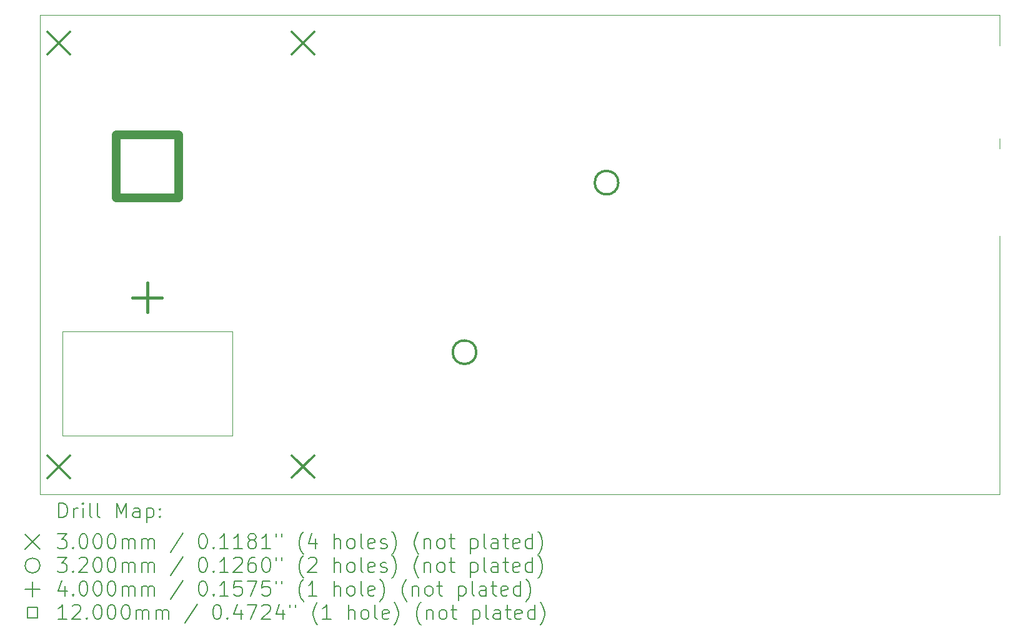
<source format=gbr>
%TF.GenerationSoftware,KiCad,Pcbnew,6.0.10-86aedd382b~118~ubuntu22.04.1*%
%TF.CreationDate,2023-01-15T12:46:25+03:00*%
%TF.ProjectId,xray,78726179-2e6b-4696-9361-645f70636258,rev?*%
%TF.SameCoordinates,Original*%
%TF.FileFunction,Drillmap*%
%TF.FilePolarity,Positive*%
%FSLAX45Y45*%
G04 Gerber Fmt 4.5, Leading zero omitted, Abs format (unit mm)*
G04 Created by KiCad (PCBNEW 6.0.10-86aedd382b~118~ubuntu22.04.1) date 2023-01-15 12:46:25*
%MOMM*%
%LPD*%
G01*
G04 APERTURE LIST*
%ADD10C,0.100000*%
%ADD11C,0.200000*%
%ADD12C,0.300000*%
%ADD13C,0.320000*%
%ADD14C,0.400000*%
%ADD15C,1.200000*%
G04 APERTURE END LIST*
D10*
X18551000Y-9309000D02*
X18551000Y-9174000D01*
X18551000Y-7504000D02*
X5551000Y-7504000D01*
X5851000Y-11794000D02*
X8151000Y-11794000D01*
X8151000Y-11794000D02*
X8151000Y-13204000D01*
X8151000Y-13204000D02*
X5851000Y-13204000D01*
X5851000Y-13204000D02*
X5851000Y-11794000D01*
X5551000Y-7504000D02*
X5551000Y-14004000D01*
X18551000Y-7504000D02*
X18551000Y-7914000D01*
X18551000Y-14004000D02*
X18551000Y-10499000D01*
X5551000Y-14004000D02*
X18551000Y-14004000D01*
D11*
D12*
X5651000Y-7730000D02*
X5951000Y-8030000D01*
X5951000Y-7730000D02*
X5651000Y-8030000D01*
X5651000Y-13480000D02*
X5951000Y-13780000D01*
X5951000Y-13480000D02*
X5651000Y-13780000D01*
X8961000Y-7730000D02*
X9261000Y-8030000D01*
X9261000Y-7730000D02*
X8961000Y-8030000D01*
X8961000Y-13478000D02*
X9261000Y-13778000D01*
X9261000Y-13478000D02*
X8961000Y-13778000D01*
D13*
X11460000Y-12075000D02*
G75*
G03*
X11460000Y-12075000I-160000J0D01*
G01*
X13385000Y-9775000D02*
G75*
G03*
X13385000Y-9775000I-160000J0D01*
G01*
D14*
X7001000Y-11134000D02*
X7001000Y-11534000D01*
X6801000Y-11334000D02*
X7201000Y-11334000D01*
D15*
X7425268Y-9978268D02*
X7425268Y-9129732D01*
X6576732Y-9129732D01*
X6576732Y-9978268D01*
X7425268Y-9978268D01*
D11*
X5803619Y-14319476D02*
X5803619Y-14119476D01*
X5851238Y-14119476D01*
X5879809Y-14129000D01*
X5898857Y-14148048D01*
X5908381Y-14167095D01*
X5917905Y-14205190D01*
X5917905Y-14233762D01*
X5908381Y-14271857D01*
X5898857Y-14290905D01*
X5879809Y-14309952D01*
X5851238Y-14319476D01*
X5803619Y-14319476D01*
X6003619Y-14319476D02*
X6003619Y-14186143D01*
X6003619Y-14224238D02*
X6013143Y-14205190D01*
X6022667Y-14195667D01*
X6041714Y-14186143D01*
X6060762Y-14186143D01*
X6127428Y-14319476D02*
X6127428Y-14186143D01*
X6127428Y-14119476D02*
X6117905Y-14129000D01*
X6127428Y-14138524D01*
X6136952Y-14129000D01*
X6127428Y-14119476D01*
X6127428Y-14138524D01*
X6251238Y-14319476D02*
X6232190Y-14309952D01*
X6222667Y-14290905D01*
X6222667Y-14119476D01*
X6356000Y-14319476D02*
X6336952Y-14309952D01*
X6327428Y-14290905D01*
X6327428Y-14119476D01*
X6584571Y-14319476D02*
X6584571Y-14119476D01*
X6651238Y-14262333D01*
X6717905Y-14119476D01*
X6717905Y-14319476D01*
X6898857Y-14319476D02*
X6898857Y-14214714D01*
X6889333Y-14195667D01*
X6870286Y-14186143D01*
X6832190Y-14186143D01*
X6813143Y-14195667D01*
X6898857Y-14309952D02*
X6879809Y-14319476D01*
X6832190Y-14319476D01*
X6813143Y-14309952D01*
X6803619Y-14290905D01*
X6803619Y-14271857D01*
X6813143Y-14252809D01*
X6832190Y-14243286D01*
X6879809Y-14243286D01*
X6898857Y-14233762D01*
X6994095Y-14186143D02*
X6994095Y-14386143D01*
X6994095Y-14195667D02*
X7013143Y-14186143D01*
X7051238Y-14186143D01*
X7070286Y-14195667D01*
X7079809Y-14205190D01*
X7089333Y-14224238D01*
X7089333Y-14281381D01*
X7079809Y-14300428D01*
X7070286Y-14309952D01*
X7051238Y-14319476D01*
X7013143Y-14319476D01*
X6994095Y-14309952D01*
X7175048Y-14300428D02*
X7184571Y-14309952D01*
X7175048Y-14319476D01*
X7165524Y-14309952D01*
X7175048Y-14300428D01*
X7175048Y-14319476D01*
X7175048Y-14195667D02*
X7184571Y-14205190D01*
X7175048Y-14214714D01*
X7165524Y-14205190D01*
X7175048Y-14195667D01*
X7175048Y-14214714D01*
X5346000Y-14549000D02*
X5546000Y-14749000D01*
X5546000Y-14549000D02*
X5346000Y-14749000D01*
X5784571Y-14539476D02*
X5908381Y-14539476D01*
X5841714Y-14615667D01*
X5870286Y-14615667D01*
X5889333Y-14625190D01*
X5898857Y-14634714D01*
X5908381Y-14653762D01*
X5908381Y-14701381D01*
X5898857Y-14720428D01*
X5889333Y-14729952D01*
X5870286Y-14739476D01*
X5813143Y-14739476D01*
X5794095Y-14729952D01*
X5784571Y-14720428D01*
X5994095Y-14720428D02*
X6003619Y-14729952D01*
X5994095Y-14739476D01*
X5984571Y-14729952D01*
X5994095Y-14720428D01*
X5994095Y-14739476D01*
X6127428Y-14539476D02*
X6146476Y-14539476D01*
X6165524Y-14549000D01*
X6175048Y-14558524D01*
X6184571Y-14577571D01*
X6194095Y-14615667D01*
X6194095Y-14663286D01*
X6184571Y-14701381D01*
X6175048Y-14720428D01*
X6165524Y-14729952D01*
X6146476Y-14739476D01*
X6127428Y-14739476D01*
X6108381Y-14729952D01*
X6098857Y-14720428D01*
X6089333Y-14701381D01*
X6079809Y-14663286D01*
X6079809Y-14615667D01*
X6089333Y-14577571D01*
X6098857Y-14558524D01*
X6108381Y-14549000D01*
X6127428Y-14539476D01*
X6317905Y-14539476D02*
X6336952Y-14539476D01*
X6356000Y-14549000D01*
X6365524Y-14558524D01*
X6375048Y-14577571D01*
X6384571Y-14615667D01*
X6384571Y-14663286D01*
X6375048Y-14701381D01*
X6365524Y-14720428D01*
X6356000Y-14729952D01*
X6336952Y-14739476D01*
X6317905Y-14739476D01*
X6298857Y-14729952D01*
X6289333Y-14720428D01*
X6279809Y-14701381D01*
X6270286Y-14663286D01*
X6270286Y-14615667D01*
X6279809Y-14577571D01*
X6289333Y-14558524D01*
X6298857Y-14549000D01*
X6317905Y-14539476D01*
X6508381Y-14539476D02*
X6527428Y-14539476D01*
X6546476Y-14549000D01*
X6556000Y-14558524D01*
X6565524Y-14577571D01*
X6575048Y-14615667D01*
X6575048Y-14663286D01*
X6565524Y-14701381D01*
X6556000Y-14720428D01*
X6546476Y-14729952D01*
X6527428Y-14739476D01*
X6508381Y-14739476D01*
X6489333Y-14729952D01*
X6479809Y-14720428D01*
X6470286Y-14701381D01*
X6460762Y-14663286D01*
X6460762Y-14615667D01*
X6470286Y-14577571D01*
X6479809Y-14558524D01*
X6489333Y-14549000D01*
X6508381Y-14539476D01*
X6660762Y-14739476D02*
X6660762Y-14606143D01*
X6660762Y-14625190D02*
X6670286Y-14615667D01*
X6689333Y-14606143D01*
X6717905Y-14606143D01*
X6736952Y-14615667D01*
X6746476Y-14634714D01*
X6746476Y-14739476D01*
X6746476Y-14634714D02*
X6756000Y-14615667D01*
X6775048Y-14606143D01*
X6803619Y-14606143D01*
X6822667Y-14615667D01*
X6832190Y-14634714D01*
X6832190Y-14739476D01*
X6927428Y-14739476D02*
X6927428Y-14606143D01*
X6927428Y-14625190D02*
X6936952Y-14615667D01*
X6956000Y-14606143D01*
X6984571Y-14606143D01*
X7003619Y-14615667D01*
X7013143Y-14634714D01*
X7013143Y-14739476D01*
X7013143Y-14634714D02*
X7022667Y-14615667D01*
X7041714Y-14606143D01*
X7070286Y-14606143D01*
X7089333Y-14615667D01*
X7098857Y-14634714D01*
X7098857Y-14739476D01*
X7489333Y-14529952D02*
X7317905Y-14787095D01*
X7746476Y-14539476D02*
X7765524Y-14539476D01*
X7784571Y-14549000D01*
X7794095Y-14558524D01*
X7803619Y-14577571D01*
X7813143Y-14615667D01*
X7813143Y-14663286D01*
X7803619Y-14701381D01*
X7794095Y-14720428D01*
X7784571Y-14729952D01*
X7765524Y-14739476D01*
X7746476Y-14739476D01*
X7727428Y-14729952D01*
X7717905Y-14720428D01*
X7708381Y-14701381D01*
X7698857Y-14663286D01*
X7698857Y-14615667D01*
X7708381Y-14577571D01*
X7717905Y-14558524D01*
X7727428Y-14549000D01*
X7746476Y-14539476D01*
X7898857Y-14720428D02*
X7908381Y-14729952D01*
X7898857Y-14739476D01*
X7889333Y-14729952D01*
X7898857Y-14720428D01*
X7898857Y-14739476D01*
X8098857Y-14739476D02*
X7984571Y-14739476D01*
X8041714Y-14739476D02*
X8041714Y-14539476D01*
X8022667Y-14568048D01*
X8003619Y-14587095D01*
X7984571Y-14596619D01*
X8289333Y-14739476D02*
X8175048Y-14739476D01*
X8232190Y-14739476D02*
X8232190Y-14539476D01*
X8213143Y-14568048D01*
X8194095Y-14587095D01*
X8175048Y-14596619D01*
X8403619Y-14625190D02*
X8384571Y-14615667D01*
X8375048Y-14606143D01*
X8365524Y-14587095D01*
X8365524Y-14577571D01*
X8375048Y-14558524D01*
X8384571Y-14549000D01*
X8403619Y-14539476D01*
X8441714Y-14539476D01*
X8460762Y-14549000D01*
X8470286Y-14558524D01*
X8479810Y-14577571D01*
X8479810Y-14587095D01*
X8470286Y-14606143D01*
X8460762Y-14615667D01*
X8441714Y-14625190D01*
X8403619Y-14625190D01*
X8384571Y-14634714D01*
X8375048Y-14644238D01*
X8365524Y-14663286D01*
X8365524Y-14701381D01*
X8375048Y-14720428D01*
X8384571Y-14729952D01*
X8403619Y-14739476D01*
X8441714Y-14739476D01*
X8460762Y-14729952D01*
X8470286Y-14720428D01*
X8479810Y-14701381D01*
X8479810Y-14663286D01*
X8470286Y-14644238D01*
X8460762Y-14634714D01*
X8441714Y-14625190D01*
X8670286Y-14739476D02*
X8556000Y-14739476D01*
X8613143Y-14739476D02*
X8613143Y-14539476D01*
X8594095Y-14568048D01*
X8575048Y-14587095D01*
X8556000Y-14596619D01*
X8746476Y-14539476D02*
X8746476Y-14577571D01*
X8822667Y-14539476D02*
X8822667Y-14577571D01*
X9117905Y-14815667D02*
X9108381Y-14806143D01*
X9089333Y-14777571D01*
X9079810Y-14758524D01*
X9070286Y-14729952D01*
X9060762Y-14682333D01*
X9060762Y-14644238D01*
X9070286Y-14596619D01*
X9079810Y-14568048D01*
X9089333Y-14549000D01*
X9108381Y-14520428D01*
X9117905Y-14510905D01*
X9279810Y-14606143D02*
X9279810Y-14739476D01*
X9232190Y-14529952D02*
X9184571Y-14672809D01*
X9308381Y-14672809D01*
X9536952Y-14739476D02*
X9536952Y-14539476D01*
X9622667Y-14739476D02*
X9622667Y-14634714D01*
X9613143Y-14615667D01*
X9594095Y-14606143D01*
X9565524Y-14606143D01*
X9546476Y-14615667D01*
X9536952Y-14625190D01*
X9746476Y-14739476D02*
X9727429Y-14729952D01*
X9717905Y-14720428D01*
X9708381Y-14701381D01*
X9708381Y-14644238D01*
X9717905Y-14625190D01*
X9727429Y-14615667D01*
X9746476Y-14606143D01*
X9775048Y-14606143D01*
X9794095Y-14615667D01*
X9803619Y-14625190D01*
X9813143Y-14644238D01*
X9813143Y-14701381D01*
X9803619Y-14720428D01*
X9794095Y-14729952D01*
X9775048Y-14739476D01*
X9746476Y-14739476D01*
X9927429Y-14739476D02*
X9908381Y-14729952D01*
X9898857Y-14710905D01*
X9898857Y-14539476D01*
X10079810Y-14729952D02*
X10060762Y-14739476D01*
X10022667Y-14739476D01*
X10003619Y-14729952D01*
X9994095Y-14710905D01*
X9994095Y-14634714D01*
X10003619Y-14615667D01*
X10022667Y-14606143D01*
X10060762Y-14606143D01*
X10079810Y-14615667D01*
X10089333Y-14634714D01*
X10089333Y-14653762D01*
X9994095Y-14672809D01*
X10165524Y-14729952D02*
X10184571Y-14739476D01*
X10222667Y-14739476D01*
X10241714Y-14729952D01*
X10251238Y-14710905D01*
X10251238Y-14701381D01*
X10241714Y-14682333D01*
X10222667Y-14672809D01*
X10194095Y-14672809D01*
X10175048Y-14663286D01*
X10165524Y-14644238D01*
X10165524Y-14634714D01*
X10175048Y-14615667D01*
X10194095Y-14606143D01*
X10222667Y-14606143D01*
X10241714Y-14615667D01*
X10317905Y-14815667D02*
X10327429Y-14806143D01*
X10346476Y-14777571D01*
X10356000Y-14758524D01*
X10365524Y-14729952D01*
X10375048Y-14682333D01*
X10375048Y-14644238D01*
X10365524Y-14596619D01*
X10356000Y-14568048D01*
X10346476Y-14549000D01*
X10327429Y-14520428D01*
X10317905Y-14510905D01*
X10679810Y-14815667D02*
X10670286Y-14806143D01*
X10651238Y-14777571D01*
X10641714Y-14758524D01*
X10632190Y-14729952D01*
X10622667Y-14682333D01*
X10622667Y-14644238D01*
X10632190Y-14596619D01*
X10641714Y-14568048D01*
X10651238Y-14549000D01*
X10670286Y-14520428D01*
X10679810Y-14510905D01*
X10756000Y-14606143D02*
X10756000Y-14739476D01*
X10756000Y-14625190D02*
X10765524Y-14615667D01*
X10784571Y-14606143D01*
X10813143Y-14606143D01*
X10832190Y-14615667D01*
X10841714Y-14634714D01*
X10841714Y-14739476D01*
X10965524Y-14739476D02*
X10946476Y-14729952D01*
X10936952Y-14720428D01*
X10927429Y-14701381D01*
X10927429Y-14644238D01*
X10936952Y-14625190D01*
X10946476Y-14615667D01*
X10965524Y-14606143D01*
X10994095Y-14606143D01*
X11013143Y-14615667D01*
X11022667Y-14625190D01*
X11032190Y-14644238D01*
X11032190Y-14701381D01*
X11022667Y-14720428D01*
X11013143Y-14729952D01*
X10994095Y-14739476D01*
X10965524Y-14739476D01*
X11089333Y-14606143D02*
X11165524Y-14606143D01*
X11117905Y-14539476D02*
X11117905Y-14710905D01*
X11127429Y-14729952D01*
X11146476Y-14739476D01*
X11165524Y-14739476D01*
X11384571Y-14606143D02*
X11384571Y-14806143D01*
X11384571Y-14615667D02*
X11403619Y-14606143D01*
X11441714Y-14606143D01*
X11460762Y-14615667D01*
X11470286Y-14625190D01*
X11479809Y-14644238D01*
X11479809Y-14701381D01*
X11470286Y-14720428D01*
X11460762Y-14729952D01*
X11441714Y-14739476D01*
X11403619Y-14739476D01*
X11384571Y-14729952D01*
X11594095Y-14739476D02*
X11575048Y-14729952D01*
X11565524Y-14710905D01*
X11565524Y-14539476D01*
X11756000Y-14739476D02*
X11756000Y-14634714D01*
X11746476Y-14615667D01*
X11727428Y-14606143D01*
X11689333Y-14606143D01*
X11670286Y-14615667D01*
X11756000Y-14729952D02*
X11736952Y-14739476D01*
X11689333Y-14739476D01*
X11670286Y-14729952D01*
X11660762Y-14710905D01*
X11660762Y-14691857D01*
X11670286Y-14672809D01*
X11689333Y-14663286D01*
X11736952Y-14663286D01*
X11756000Y-14653762D01*
X11822667Y-14606143D02*
X11898857Y-14606143D01*
X11851238Y-14539476D02*
X11851238Y-14710905D01*
X11860762Y-14729952D01*
X11879809Y-14739476D01*
X11898857Y-14739476D01*
X12041714Y-14729952D02*
X12022667Y-14739476D01*
X11984571Y-14739476D01*
X11965524Y-14729952D01*
X11956000Y-14710905D01*
X11956000Y-14634714D01*
X11965524Y-14615667D01*
X11984571Y-14606143D01*
X12022667Y-14606143D01*
X12041714Y-14615667D01*
X12051238Y-14634714D01*
X12051238Y-14653762D01*
X11956000Y-14672809D01*
X12222667Y-14739476D02*
X12222667Y-14539476D01*
X12222667Y-14729952D02*
X12203619Y-14739476D01*
X12165524Y-14739476D01*
X12146476Y-14729952D01*
X12136952Y-14720428D01*
X12127428Y-14701381D01*
X12127428Y-14644238D01*
X12136952Y-14625190D01*
X12146476Y-14615667D01*
X12165524Y-14606143D01*
X12203619Y-14606143D01*
X12222667Y-14615667D01*
X12298857Y-14815667D02*
X12308381Y-14806143D01*
X12327428Y-14777571D01*
X12336952Y-14758524D01*
X12346476Y-14729952D01*
X12356000Y-14682333D01*
X12356000Y-14644238D01*
X12346476Y-14596619D01*
X12336952Y-14568048D01*
X12327428Y-14549000D01*
X12308381Y-14520428D01*
X12298857Y-14510905D01*
X5546000Y-14969000D02*
G75*
G03*
X5546000Y-14969000I-100000J0D01*
G01*
X5784571Y-14859476D02*
X5908381Y-14859476D01*
X5841714Y-14935667D01*
X5870286Y-14935667D01*
X5889333Y-14945190D01*
X5898857Y-14954714D01*
X5908381Y-14973762D01*
X5908381Y-15021381D01*
X5898857Y-15040428D01*
X5889333Y-15049952D01*
X5870286Y-15059476D01*
X5813143Y-15059476D01*
X5794095Y-15049952D01*
X5784571Y-15040428D01*
X5994095Y-15040428D02*
X6003619Y-15049952D01*
X5994095Y-15059476D01*
X5984571Y-15049952D01*
X5994095Y-15040428D01*
X5994095Y-15059476D01*
X6079809Y-14878524D02*
X6089333Y-14869000D01*
X6108381Y-14859476D01*
X6156000Y-14859476D01*
X6175048Y-14869000D01*
X6184571Y-14878524D01*
X6194095Y-14897571D01*
X6194095Y-14916619D01*
X6184571Y-14945190D01*
X6070286Y-15059476D01*
X6194095Y-15059476D01*
X6317905Y-14859476D02*
X6336952Y-14859476D01*
X6356000Y-14869000D01*
X6365524Y-14878524D01*
X6375048Y-14897571D01*
X6384571Y-14935667D01*
X6384571Y-14983286D01*
X6375048Y-15021381D01*
X6365524Y-15040428D01*
X6356000Y-15049952D01*
X6336952Y-15059476D01*
X6317905Y-15059476D01*
X6298857Y-15049952D01*
X6289333Y-15040428D01*
X6279809Y-15021381D01*
X6270286Y-14983286D01*
X6270286Y-14935667D01*
X6279809Y-14897571D01*
X6289333Y-14878524D01*
X6298857Y-14869000D01*
X6317905Y-14859476D01*
X6508381Y-14859476D02*
X6527428Y-14859476D01*
X6546476Y-14869000D01*
X6556000Y-14878524D01*
X6565524Y-14897571D01*
X6575048Y-14935667D01*
X6575048Y-14983286D01*
X6565524Y-15021381D01*
X6556000Y-15040428D01*
X6546476Y-15049952D01*
X6527428Y-15059476D01*
X6508381Y-15059476D01*
X6489333Y-15049952D01*
X6479809Y-15040428D01*
X6470286Y-15021381D01*
X6460762Y-14983286D01*
X6460762Y-14935667D01*
X6470286Y-14897571D01*
X6479809Y-14878524D01*
X6489333Y-14869000D01*
X6508381Y-14859476D01*
X6660762Y-15059476D02*
X6660762Y-14926143D01*
X6660762Y-14945190D02*
X6670286Y-14935667D01*
X6689333Y-14926143D01*
X6717905Y-14926143D01*
X6736952Y-14935667D01*
X6746476Y-14954714D01*
X6746476Y-15059476D01*
X6746476Y-14954714D02*
X6756000Y-14935667D01*
X6775048Y-14926143D01*
X6803619Y-14926143D01*
X6822667Y-14935667D01*
X6832190Y-14954714D01*
X6832190Y-15059476D01*
X6927428Y-15059476D02*
X6927428Y-14926143D01*
X6927428Y-14945190D02*
X6936952Y-14935667D01*
X6956000Y-14926143D01*
X6984571Y-14926143D01*
X7003619Y-14935667D01*
X7013143Y-14954714D01*
X7013143Y-15059476D01*
X7013143Y-14954714D02*
X7022667Y-14935667D01*
X7041714Y-14926143D01*
X7070286Y-14926143D01*
X7089333Y-14935667D01*
X7098857Y-14954714D01*
X7098857Y-15059476D01*
X7489333Y-14849952D02*
X7317905Y-15107095D01*
X7746476Y-14859476D02*
X7765524Y-14859476D01*
X7784571Y-14869000D01*
X7794095Y-14878524D01*
X7803619Y-14897571D01*
X7813143Y-14935667D01*
X7813143Y-14983286D01*
X7803619Y-15021381D01*
X7794095Y-15040428D01*
X7784571Y-15049952D01*
X7765524Y-15059476D01*
X7746476Y-15059476D01*
X7727428Y-15049952D01*
X7717905Y-15040428D01*
X7708381Y-15021381D01*
X7698857Y-14983286D01*
X7698857Y-14935667D01*
X7708381Y-14897571D01*
X7717905Y-14878524D01*
X7727428Y-14869000D01*
X7746476Y-14859476D01*
X7898857Y-15040428D02*
X7908381Y-15049952D01*
X7898857Y-15059476D01*
X7889333Y-15049952D01*
X7898857Y-15040428D01*
X7898857Y-15059476D01*
X8098857Y-15059476D02*
X7984571Y-15059476D01*
X8041714Y-15059476D02*
X8041714Y-14859476D01*
X8022667Y-14888048D01*
X8003619Y-14907095D01*
X7984571Y-14916619D01*
X8175048Y-14878524D02*
X8184571Y-14869000D01*
X8203619Y-14859476D01*
X8251238Y-14859476D01*
X8270286Y-14869000D01*
X8279809Y-14878524D01*
X8289333Y-14897571D01*
X8289333Y-14916619D01*
X8279809Y-14945190D01*
X8165524Y-15059476D01*
X8289333Y-15059476D01*
X8460762Y-14859476D02*
X8422667Y-14859476D01*
X8403619Y-14869000D01*
X8394095Y-14878524D01*
X8375048Y-14907095D01*
X8365524Y-14945190D01*
X8365524Y-15021381D01*
X8375048Y-15040428D01*
X8384571Y-15049952D01*
X8403619Y-15059476D01*
X8441714Y-15059476D01*
X8460762Y-15049952D01*
X8470286Y-15040428D01*
X8479810Y-15021381D01*
X8479810Y-14973762D01*
X8470286Y-14954714D01*
X8460762Y-14945190D01*
X8441714Y-14935667D01*
X8403619Y-14935667D01*
X8384571Y-14945190D01*
X8375048Y-14954714D01*
X8365524Y-14973762D01*
X8603619Y-14859476D02*
X8622667Y-14859476D01*
X8641714Y-14869000D01*
X8651238Y-14878524D01*
X8660762Y-14897571D01*
X8670286Y-14935667D01*
X8670286Y-14983286D01*
X8660762Y-15021381D01*
X8651238Y-15040428D01*
X8641714Y-15049952D01*
X8622667Y-15059476D01*
X8603619Y-15059476D01*
X8584571Y-15049952D01*
X8575048Y-15040428D01*
X8565524Y-15021381D01*
X8556000Y-14983286D01*
X8556000Y-14935667D01*
X8565524Y-14897571D01*
X8575048Y-14878524D01*
X8584571Y-14869000D01*
X8603619Y-14859476D01*
X8746476Y-14859476D02*
X8746476Y-14897571D01*
X8822667Y-14859476D02*
X8822667Y-14897571D01*
X9117905Y-15135667D02*
X9108381Y-15126143D01*
X9089333Y-15097571D01*
X9079810Y-15078524D01*
X9070286Y-15049952D01*
X9060762Y-15002333D01*
X9060762Y-14964238D01*
X9070286Y-14916619D01*
X9079810Y-14888048D01*
X9089333Y-14869000D01*
X9108381Y-14840428D01*
X9117905Y-14830905D01*
X9184571Y-14878524D02*
X9194095Y-14869000D01*
X9213143Y-14859476D01*
X9260762Y-14859476D01*
X9279810Y-14869000D01*
X9289333Y-14878524D01*
X9298857Y-14897571D01*
X9298857Y-14916619D01*
X9289333Y-14945190D01*
X9175048Y-15059476D01*
X9298857Y-15059476D01*
X9536952Y-15059476D02*
X9536952Y-14859476D01*
X9622667Y-15059476D02*
X9622667Y-14954714D01*
X9613143Y-14935667D01*
X9594095Y-14926143D01*
X9565524Y-14926143D01*
X9546476Y-14935667D01*
X9536952Y-14945190D01*
X9746476Y-15059476D02*
X9727429Y-15049952D01*
X9717905Y-15040428D01*
X9708381Y-15021381D01*
X9708381Y-14964238D01*
X9717905Y-14945190D01*
X9727429Y-14935667D01*
X9746476Y-14926143D01*
X9775048Y-14926143D01*
X9794095Y-14935667D01*
X9803619Y-14945190D01*
X9813143Y-14964238D01*
X9813143Y-15021381D01*
X9803619Y-15040428D01*
X9794095Y-15049952D01*
X9775048Y-15059476D01*
X9746476Y-15059476D01*
X9927429Y-15059476D02*
X9908381Y-15049952D01*
X9898857Y-15030905D01*
X9898857Y-14859476D01*
X10079810Y-15049952D02*
X10060762Y-15059476D01*
X10022667Y-15059476D01*
X10003619Y-15049952D01*
X9994095Y-15030905D01*
X9994095Y-14954714D01*
X10003619Y-14935667D01*
X10022667Y-14926143D01*
X10060762Y-14926143D01*
X10079810Y-14935667D01*
X10089333Y-14954714D01*
X10089333Y-14973762D01*
X9994095Y-14992809D01*
X10165524Y-15049952D02*
X10184571Y-15059476D01*
X10222667Y-15059476D01*
X10241714Y-15049952D01*
X10251238Y-15030905D01*
X10251238Y-15021381D01*
X10241714Y-15002333D01*
X10222667Y-14992809D01*
X10194095Y-14992809D01*
X10175048Y-14983286D01*
X10165524Y-14964238D01*
X10165524Y-14954714D01*
X10175048Y-14935667D01*
X10194095Y-14926143D01*
X10222667Y-14926143D01*
X10241714Y-14935667D01*
X10317905Y-15135667D02*
X10327429Y-15126143D01*
X10346476Y-15097571D01*
X10356000Y-15078524D01*
X10365524Y-15049952D01*
X10375048Y-15002333D01*
X10375048Y-14964238D01*
X10365524Y-14916619D01*
X10356000Y-14888048D01*
X10346476Y-14869000D01*
X10327429Y-14840428D01*
X10317905Y-14830905D01*
X10679810Y-15135667D02*
X10670286Y-15126143D01*
X10651238Y-15097571D01*
X10641714Y-15078524D01*
X10632190Y-15049952D01*
X10622667Y-15002333D01*
X10622667Y-14964238D01*
X10632190Y-14916619D01*
X10641714Y-14888048D01*
X10651238Y-14869000D01*
X10670286Y-14840428D01*
X10679810Y-14830905D01*
X10756000Y-14926143D02*
X10756000Y-15059476D01*
X10756000Y-14945190D02*
X10765524Y-14935667D01*
X10784571Y-14926143D01*
X10813143Y-14926143D01*
X10832190Y-14935667D01*
X10841714Y-14954714D01*
X10841714Y-15059476D01*
X10965524Y-15059476D02*
X10946476Y-15049952D01*
X10936952Y-15040428D01*
X10927429Y-15021381D01*
X10927429Y-14964238D01*
X10936952Y-14945190D01*
X10946476Y-14935667D01*
X10965524Y-14926143D01*
X10994095Y-14926143D01*
X11013143Y-14935667D01*
X11022667Y-14945190D01*
X11032190Y-14964238D01*
X11032190Y-15021381D01*
X11022667Y-15040428D01*
X11013143Y-15049952D01*
X10994095Y-15059476D01*
X10965524Y-15059476D01*
X11089333Y-14926143D02*
X11165524Y-14926143D01*
X11117905Y-14859476D02*
X11117905Y-15030905D01*
X11127429Y-15049952D01*
X11146476Y-15059476D01*
X11165524Y-15059476D01*
X11384571Y-14926143D02*
X11384571Y-15126143D01*
X11384571Y-14935667D02*
X11403619Y-14926143D01*
X11441714Y-14926143D01*
X11460762Y-14935667D01*
X11470286Y-14945190D01*
X11479809Y-14964238D01*
X11479809Y-15021381D01*
X11470286Y-15040428D01*
X11460762Y-15049952D01*
X11441714Y-15059476D01*
X11403619Y-15059476D01*
X11384571Y-15049952D01*
X11594095Y-15059476D02*
X11575048Y-15049952D01*
X11565524Y-15030905D01*
X11565524Y-14859476D01*
X11756000Y-15059476D02*
X11756000Y-14954714D01*
X11746476Y-14935667D01*
X11727428Y-14926143D01*
X11689333Y-14926143D01*
X11670286Y-14935667D01*
X11756000Y-15049952D02*
X11736952Y-15059476D01*
X11689333Y-15059476D01*
X11670286Y-15049952D01*
X11660762Y-15030905D01*
X11660762Y-15011857D01*
X11670286Y-14992809D01*
X11689333Y-14983286D01*
X11736952Y-14983286D01*
X11756000Y-14973762D01*
X11822667Y-14926143D02*
X11898857Y-14926143D01*
X11851238Y-14859476D02*
X11851238Y-15030905D01*
X11860762Y-15049952D01*
X11879809Y-15059476D01*
X11898857Y-15059476D01*
X12041714Y-15049952D02*
X12022667Y-15059476D01*
X11984571Y-15059476D01*
X11965524Y-15049952D01*
X11956000Y-15030905D01*
X11956000Y-14954714D01*
X11965524Y-14935667D01*
X11984571Y-14926143D01*
X12022667Y-14926143D01*
X12041714Y-14935667D01*
X12051238Y-14954714D01*
X12051238Y-14973762D01*
X11956000Y-14992809D01*
X12222667Y-15059476D02*
X12222667Y-14859476D01*
X12222667Y-15049952D02*
X12203619Y-15059476D01*
X12165524Y-15059476D01*
X12146476Y-15049952D01*
X12136952Y-15040428D01*
X12127428Y-15021381D01*
X12127428Y-14964238D01*
X12136952Y-14945190D01*
X12146476Y-14935667D01*
X12165524Y-14926143D01*
X12203619Y-14926143D01*
X12222667Y-14935667D01*
X12298857Y-15135667D02*
X12308381Y-15126143D01*
X12327428Y-15097571D01*
X12336952Y-15078524D01*
X12346476Y-15049952D01*
X12356000Y-15002333D01*
X12356000Y-14964238D01*
X12346476Y-14916619D01*
X12336952Y-14888048D01*
X12327428Y-14869000D01*
X12308381Y-14840428D01*
X12298857Y-14830905D01*
X5446000Y-15189000D02*
X5446000Y-15389000D01*
X5346000Y-15289000D02*
X5546000Y-15289000D01*
X5889333Y-15246143D02*
X5889333Y-15379476D01*
X5841714Y-15169952D02*
X5794095Y-15312809D01*
X5917905Y-15312809D01*
X5994095Y-15360428D02*
X6003619Y-15369952D01*
X5994095Y-15379476D01*
X5984571Y-15369952D01*
X5994095Y-15360428D01*
X5994095Y-15379476D01*
X6127428Y-15179476D02*
X6146476Y-15179476D01*
X6165524Y-15189000D01*
X6175048Y-15198524D01*
X6184571Y-15217571D01*
X6194095Y-15255667D01*
X6194095Y-15303286D01*
X6184571Y-15341381D01*
X6175048Y-15360428D01*
X6165524Y-15369952D01*
X6146476Y-15379476D01*
X6127428Y-15379476D01*
X6108381Y-15369952D01*
X6098857Y-15360428D01*
X6089333Y-15341381D01*
X6079809Y-15303286D01*
X6079809Y-15255667D01*
X6089333Y-15217571D01*
X6098857Y-15198524D01*
X6108381Y-15189000D01*
X6127428Y-15179476D01*
X6317905Y-15179476D02*
X6336952Y-15179476D01*
X6356000Y-15189000D01*
X6365524Y-15198524D01*
X6375048Y-15217571D01*
X6384571Y-15255667D01*
X6384571Y-15303286D01*
X6375048Y-15341381D01*
X6365524Y-15360428D01*
X6356000Y-15369952D01*
X6336952Y-15379476D01*
X6317905Y-15379476D01*
X6298857Y-15369952D01*
X6289333Y-15360428D01*
X6279809Y-15341381D01*
X6270286Y-15303286D01*
X6270286Y-15255667D01*
X6279809Y-15217571D01*
X6289333Y-15198524D01*
X6298857Y-15189000D01*
X6317905Y-15179476D01*
X6508381Y-15179476D02*
X6527428Y-15179476D01*
X6546476Y-15189000D01*
X6556000Y-15198524D01*
X6565524Y-15217571D01*
X6575048Y-15255667D01*
X6575048Y-15303286D01*
X6565524Y-15341381D01*
X6556000Y-15360428D01*
X6546476Y-15369952D01*
X6527428Y-15379476D01*
X6508381Y-15379476D01*
X6489333Y-15369952D01*
X6479809Y-15360428D01*
X6470286Y-15341381D01*
X6460762Y-15303286D01*
X6460762Y-15255667D01*
X6470286Y-15217571D01*
X6479809Y-15198524D01*
X6489333Y-15189000D01*
X6508381Y-15179476D01*
X6660762Y-15379476D02*
X6660762Y-15246143D01*
X6660762Y-15265190D02*
X6670286Y-15255667D01*
X6689333Y-15246143D01*
X6717905Y-15246143D01*
X6736952Y-15255667D01*
X6746476Y-15274714D01*
X6746476Y-15379476D01*
X6746476Y-15274714D02*
X6756000Y-15255667D01*
X6775048Y-15246143D01*
X6803619Y-15246143D01*
X6822667Y-15255667D01*
X6832190Y-15274714D01*
X6832190Y-15379476D01*
X6927428Y-15379476D02*
X6927428Y-15246143D01*
X6927428Y-15265190D02*
X6936952Y-15255667D01*
X6956000Y-15246143D01*
X6984571Y-15246143D01*
X7003619Y-15255667D01*
X7013143Y-15274714D01*
X7013143Y-15379476D01*
X7013143Y-15274714D02*
X7022667Y-15255667D01*
X7041714Y-15246143D01*
X7070286Y-15246143D01*
X7089333Y-15255667D01*
X7098857Y-15274714D01*
X7098857Y-15379476D01*
X7489333Y-15169952D02*
X7317905Y-15427095D01*
X7746476Y-15179476D02*
X7765524Y-15179476D01*
X7784571Y-15189000D01*
X7794095Y-15198524D01*
X7803619Y-15217571D01*
X7813143Y-15255667D01*
X7813143Y-15303286D01*
X7803619Y-15341381D01*
X7794095Y-15360428D01*
X7784571Y-15369952D01*
X7765524Y-15379476D01*
X7746476Y-15379476D01*
X7727428Y-15369952D01*
X7717905Y-15360428D01*
X7708381Y-15341381D01*
X7698857Y-15303286D01*
X7698857Y-15255667D01*
X7708381Y-15217571D01*
X7717905Y-15198524D01*
X7727428Y-15189000D01*
X7746476Y-15179476D01*
X7898857Y-15360428D02*
X7908381Y-15369952D01*
X7898857Y-15379476D01*
X7889333Y-15369952D01*
X7898857Y-15360428D01*
X7898857Y-15379476D01*
X8098857Y-15379476D02*
X7984571Y-15379476D01*
X8041714Y-15379476D02*
X8041714Y-15179476D01*
X8022667Y-15208048D01*
X8003619Y-15227095D01*
X7984571Y-15236619D01*
X8279809Y-15179476D02*
X8184571Y-15179476D01*
X8175048Y-15274714D01*
X8184571Y-15265190D01*
X8203619Y-15255667D01*
X8251238Y-15255667D01*
X8270286Y-15265190D01*
X8279809Y-15274714D01*
X8289333Y-15293762D01*
X8289333Y-15341381D01*
X8279809Y-15360428D01*
X8270286Y-15369952D01*
X8251238Y-15379476D01*
X8203619Y-15379476D01*
X8184571Y-15369952D01*
X8175048Y-15360428D01*
X8356000Y-15179476D02*
X8489333Y-15179476D01*
X8403619Y-15379476D01*
X8660762Y-15179476D02*
X8565524Y-15179476D01*
X8556000Y-15274714D01*
X8565524Y-15265190D01*
X8584571Y-15255667D01*
X8632190Y-15255667D01*
X8651238Y-15265190D01*
X8660762Y-15274714D01*
X8670286Y-15293762D01*
X8670286Y-15341381D01*
X8660762Y-15360428D01*
X8651238Y-15369952D01*
X8632190Y-15379476D01*
X8584571Y-15379476D01*
X8565524Y-15369952D01*
X8556000Y-15360428D01*
X8746476Y-15179476D02*
X8746476Y-15217571D01*
X8822667Y-15179476D02*
X8822667Y-15217571D01*
X9117905Y-15455667D02*
X9108381Y-15446143D01*
X9089333Y-15417571D01*
X9079810Y-15398524D01*
X9070286Y-15369952D01*
X9060762Y-15322333D01*
X9060762Y-15284238D01*
X9070286Y-15236619D01*
X9079810Y-15208048D01*
X9089333Y-15189000D01*
X9108381Y-15160428D01*
X9117905Y-15150905D01*
X9298857Y-15379476D02*
X9184571Y-15379476D01*
X9241714Y-15379476D02*
X9241714Y-15179476D01*
X9222667Y-15208048D01*
X9203619Y-15227095D01*
X9184571Y-15236619D01*
X9536952Y-15379476D02*
X9536952Y-15179476D01*
X9622667Y-15379476D02*
X9622667Y-15274714D01*
X9613143Y-15255667D01*
X9594095Y-15246143D01*
X9565524Y-15246143D01*
X9546476Y-15255667D01*
X9536952Y-15265190D01*
X9746476Y-15379476D02*
X9727429Y-15369952D01*
X9717905Y-15360428D01*
X9708381Y-15341381D01*
X9708381Y-15284238D01*
X9717905Y-15265190D01*
X9727429Y-15255667D01*
X9746476Y-15246143D01*
X9775048Y-15246143D01*
X9794095Y-15255667D01*
X9803619Y-15265190D01*
X9813143Y-15284238D01*
X9813143Y-15341381D01*
X9803619Y-15360428D01*
X9794095Y-15369952D01*
X9775048Y-15379476D01*
X9746476Y-15379476D01*
X9927429Y-15379476D02*
X9908381Y-15369952D01*
X9898857Y-15350905D01*
X9898857Y-15179476D01*
X10079810Y-15369952D02*
X10060762Y-15379476D01*
X10022667Y-15379476D01*
X10003619Y-15369952D01*
X9994095Y-15350905D01*
X9994095Y-15274714D01*
X10003619Y-15255667D01*
X10022667Y-15246143D01*
X10060762Y-15246143D01*
X10079810Y-15255667D01*
X10089333Y-15274714D01*
X10089333Y-15293762D01*
X9994095Y-15312809D01*
X10156000Y-15455667D02*
X10165524Y-15446143D01*
X10184571Y-15417571D01*
X10194095Y-15398524D01*
X10203619Y-15369952D01*
X10213143Y-15322333D01*
X10213143Y-15284238D01*
X10203619Y-15236619D01*
X10194095Y-15208048D01*
X10184571Y-15189000D01*
X10165524Y-15160428D01*
X10156000Y-15150905D01*
X10517905Y-15455667D02*
X10508381Y-15446143D01*
X10489333Y-15417571D01*
X10479810Y-15398524D01*
X10470286Y-15369952D01*
X10460762Y-15322333D01*
X10460762Y-15284238D01*
X10470286Y-15236619D01*
X10479810Y-15208048D01*
X10489333Y-15189000D01*
X10508381Y-15160428D01*
X10517905Y-15150905D01*
X10594095Y-15246143D02*
X10594095Y-15379476D01*
X10594095Y-15265190D02*
X10603619Y-15255667D01*
X10622667Y-15246143D01*
X10651238Y-15246143D01*
X10670286Y-15255667D01*
X10679810Y-15274714D01*
X10679810Y-15379476D01*
X10803619Y-15379476D02*
X10784571Y-15369952D01*
X10775048Y-15360428D01*
X10765524Y-15341381D01*
X10765524Y-15284238D01*
X10775048Y-15265190D01*
X10784571Y-15255667D01*
X10803619Y-15246143D01*
X10832190Y-15246143D01*
X10851238Y-15255667D01*
X10860762Y-15265190D01*
X10870286Y-15284238D01*
X10870286Y-15341381D01*
X10860762Y-15360428D01*
X10851238Y-15369952D01*
X10832190Y-15379476D01*
X10803619Y-15379476D01*
X10927429Y-15246143D02*
X11003619Y-15246143D01*
X10956000Y-15179476D02*
X10956000Y-15350905D01*
X10965524Y-15369952D01*
X10984571Y-15379476D01*
X11003619Y-15379476D01*
X11222667Y-15246143D02*
X11222667Y-15446143D01*
X11222667Y-15255667D02*
X11241714Y-15246143D01*
X11279809Y-15246143D01*
X11298857Y-15255667D01*
X11308381Y-15265190D01*
X11317905Y-15284238D01*
X11317905Y-15341381D01*
X11308381Y-15360428D01*
X11298857Y-15369952D01*
X11279809Y-15379476D01*
X11241714Y-15379476D01*
X11222667Y-15369952D01*
X11432190Y-15379476D02*
X11413143Y-15369952D01*
X11403619Y-15350905D01*
X11403619Y-15179476D01*
X11594095Y-15379476D02*
X11594095Y-15274714D01*
X11584571Y-15255667D01*
X11565524Y-15246143D01*
X11527428Y-15246143D01*
X11508381Y-15255667D01*
X11594095Y-15369952D02*
X11575048Y-15379476D01*
X11527428Y-15379476D01*
X11508381Y-15369952D01*
X11498857Y-15350905D01*
X11498857Y-15331857D01*
X11508381Y-15312809D01*
X11527428Y-15303286D01*
X11575048Y-15303286D01*
X11594095Y-15293762D01*
X11660762Y-15246143D02*
X11736952Y-15246143D01*
X11689333Y-15179476D02*
X11689333Y-15350905D01*
X11698857Y-15369952D01*
X11717905Y-15379476D01*
X11736952Y-15379476D01*
X11879809Y-15369952D02*
X11860762Y-15379476D01*
X11822667Y-15379476D01*
X11803619Y-15369952D01*
X11794095Y-15350905D01*
X11794095Y-15274714D01*
X11803619Y-15255667D01*
X11822667Y-15246143D01*
X11860762Y-15246143D01*
X11879809Y-15255667D01*
X11889333Y-15274714D01*
X11889333Y-15293762D01*
X11794095Y-15312809D01*
X12060762Y-15379476D02*
X12060762Y-15179476D01*
X12060762Y-15369952D02*
X12041714Y-15379476D01*
X12003619Y-15379476D01*
X11984571Y-15369952D01*
X11975048Y-15360428D01*
X11965524Y-15341381D01*
X11965524Y-15284238D01*
X11975048Y-15265190D01*
X11984571Y-15255667D01*
X12003619Y-15246143D01*
X12041714Y-15246143D01*
X12060762Y-15255667D01*
X12136952Y-15455667D02*
X12146476Y-15446143D01*
X12165524Y-15417571D01*
X12175048Y-15398524D01*
X12184571Y-15369952D01*
X12194095Y-15322333D01*
X12194095Y-15284238D01*
X12184571Y-15236619D01*
X12175048Y-15208048D01*
X12165524Y-15189000D01*
X12146476Y-15160428D01*
X12136952Y-15150905D01*
X5516711Y-15679711D02*
X5516711Y-15538289D01*
X5375289Y-15538289D01*
X5375289Y-15679711D01*
X5516711Y-15679711D01*
X5908381Y-15699476D02*
X5794095Y-15699476D01*
X5851238Y-15699476D02*
X5851238Y-15499476D01*
X5832190Y-15528048D01*
X5813143Y-15547095D01*
X5794095Y-15556619D01*
X5984571Y-15518524D02*
X5994095Y-15509000D01*
X6013143Y-15499476D01*
X6060762Y-15499476D01*
X6079809Y-15509000D01*
X6089333Y-15518524D01*
X6098857Y-15537571D01*
X6098857Y-15556619D01*
X6089333Y-15585190D01*
X5975048Y-15699476D01*
X6098857Y-15699476D01*
X6184571Y-15680428D02*
X6194095Y-15689952D01*
X6184571Y-15699476D01*
X6175048Y-15689952D01*
X6184571Y-15680428D01*
X6184571Y-15699476D01*
X6317905Y-15499476D02*
X6336952Y-15499476D01*
X6356000Y-15509000D01*
X6365524Y-15518524D01*
X6375048Y-15537571D01*
X6384571Y-15575667D01*
X6384571Y-15623286D01*
X6375048Y-15661381D01*
X6365524Y-15680428D01*
X6356000Y-15689952D01*
X6336952Y-15699476D01*
X6317905Y-15699476D01*
X6298857Y-15689952D01*
X6289333Y-15680428D01*
X6279809Y-15661381D01*
X6270286Y-15623286D01*
X6270286Y-15575667D01*
X6279809Y-15537571D01*
X6289333Y-15518524D01*
X6298857Y-15509000D01*
X6317905Y-15499476D01*
X6508381Y-15499476D02*
X6527428Y-15499476D01*
X6546476Y-15509000D01*
X6556000Y-15518524D01*
X6565524Y-15537571D01*
X6575048Y-15575667D01*
X6575048Y-15623286D01*
X6565524Y-15661381D01*
X6556000Y-15680428D01*
X6546476Y-15689952D01*
X6527428Y-15699476D01*
X6508381Y-15699476D01*
X6489333Y-15689952D01*
X6479809Y-15680428D01*
X6470286Y-15661381D01*
X6460762Y-15623286D01*
X6460762Y-15575667D01*
X6470286Y-15537571D01*
X6479809Y-15518524D01*
X6489333Y-15509000D01*
X6508381Y-15499476D01*
X6698857Y-15499476D02*
X6717905Y-15499476D01*
X6736952Y-15509000D01*
X6746476Y-15518524D01*
X6756000Y-15537571D01*
X6765524Y-15575667D01*
X6765524Y-15623286D01*
X6756000Y-15661381D01*
X6746476Y-15680428D01*
X6736952Y-15689952D01*
X6717905Y-15699476D01*
X6698857Y-15699476D01*
X6679809Y-15689952D01*
X6670286Y-15680428D01*
X6660762Y-15661381D01*
X6651238Y-15623286D01*
X6651238Y-15575667D01*
X6660762Y-15537571D01*
X6670286Y-15518524D01*
X6679809Y-15509000D01*
X6698857Y-15499476D01*
X6851238Y-15699476D02*
X6851238Y-15566143D01*
X6851238Y-15585190D02*
X6860762Y-15575667D01*
X6879809Y-15566143D01*
X6908381Y-15566143D01*
X6927428Y-15575667D01*
X6936952Y-15594714D01*
X6936952Y-15699476D01*
X6936952Y-15594714D02*
X6946476Y-15575667D01*
X6965524Y-15566143D01*
X6994095Y-15566143D01*
X7013143Y-15575667D01*
X7022667Y-15594714D01*
X7022667Y-15699476D01*
X7117905Y-15699476D02*
X7117905Y-15566143D01*
X7117905Y-15585190D02*
X7127428Y-15575667D01*
X7146476Y-15566143D01*
X7175048Y-15566143D01*
X7194095Y-15575667D01*
X7203619Y-15594714D01*
X7203619Y-15699476D01*
X7203619Y-15594714D02*
X7213143Y-15575667D01*
X7232190Y-15566143D01*
X7260762Y-15566143D01*
X7279809Y-15575667D01*
X7289333Y-15594714D01*
X7289333Y-15699476D01*
X7679809Y-15489952D02*
X7508381Y-15747095D01*
X7936952Y-15499476D02*
X7956000Y-15499476D01*
X7975048Y-15509000D01*
X7984571Y-15518524D01*
X7994095Y-15537571D01*
X8003619Y-15575667D01*
X8003619Y-15623286D01*
X7994095Y-15661381D01*
X7984571Y-15680428D01*
X7975048Y-15689952D01*
X7956000Y-15699476D01*
X7936952Y-15699476D01*
X7917905Y-15689952D01*
X7908381Y-15680428D01*
X7898857Y-15661381D01*
X7889333Y-15623286D01*
X7889333Y-15575667D01*
X7898857Y-15537571D01*
X7908381Y-15518524D01*
X7917905Y-15509000D01*
X7936952Y-15499476D01*
X8089333Y-15680428D02*
X8098857Y-15689952D01*
X8089333Y-15699476D01*
X8079809Y-15689952D01*
X8089333Y-15680428D01*
X8089333Y-15699476D01*
X8270286Y-15566143D02*
X8270286Y-15699476D01*
X8222667Y-15489952D02*
X8175048Y-15632809D01*
X8298857Y-15632809D01*
X8356000Y-15499476D02*
X8489333Y-15499476D01*
X8403619Y-15699476D01*
X8556000Y-15518524D02*
X8565524Y-15509000D01*
X8584571Y-15499476D01*
X8632190Y-15499476D01*
X8651238Y-15509000D01*
X8660762Y-15518524D01*
X8670286Y-15537571D01*
X8670286Y-15556619D01*
X8660762Y-15585190D01*
X8546476Y-15699476D01*
X8670286Y-15699476D01*
X8841714Y-15566143D02*
X8841714Y-15699476D01*
X8794095Y-15489952D02*
X8746476Y-15632809D01*
X8870286Y-15632809D01*
X8936952Y-15499476D02*
X8936952Y-15537571D01*
X9013143Y-15499476D02*
X9013143Y-15537571D01*
X9308381Y-15775667D02*
X9298857Y-15766143D01*
X9279810Y-15737571D01*
X9270286Y-15718524D01*
X9260762Y-15689952D01*
X9251238Y-15642333D01*
X9251238Y-15604238D01*
X9260762Y-15556619D01*
X9270286Y-15528048D01*
X9279810Y-15509000D01*
X9298857Y-15480428D01*
X9308381Y-15470905D01*
X9489333Y-15699476D02*
X9375048Y-15699476D01*
X9432190Y-15699476D02*
X9432190Y-15499476D01*
X9413143Y-15528048D01*
X9394095Y-15547095D01*
X9375048Y-15556619D01*
X9727429Y-15699476D02*
X9727429Y-15499476D01*
X9813143Y-15699476D02*
X9813143Y-15594714D01*
X9803619Y-15575667D01*
X9784571Y-15566143D01*
X9756000Y-15566143D01*
X9736952Y-15575667D01*
X9727429Y-15585190D01*
X9936952Y-15699476D02*
X9917905Y-15689952D01*
X9908381Y-15680428D01*
X9898857Y-15661381D01*
X9898857Y-15604238D01*
X9908381Y-15585190D01*
X9917905Y-15575667D01*
X9936952Y-15566143D01*
X9965524Y-15566143D01*
X9984571Y-15575667D01*
X9994095Y-15585190D01*
X10003619Y-15604238D01*
X10003619Y-15661381D01*
X9994095Y-15680428D01*
X9984571Y-15689952D01*
X9965524Y-15699476D01*
X9936952Y-15699476D01*
X10117905Y-15699476D02*
X10098857Y-15689952D01*
X10089333Y-15670905D01*
X10089333Y-15499476D01*
X10270286Y-15689952D02*
X10251238Y-15699476D01*
X10213143Y-15699476D01*
X10194095Y-15689952D01*
X10184571Y-15670905D01*
X10184571Y-15594714D01*
X10194095Y-15575667D01*
X10213143Y-15566143D01*
X10251238Y-15566143D01*
X10270286Y-15575667D01*
X10279810Y-15594714D01*
X10279810Y-15613762D01*
X10184571Y-15632809D01*
X10346476Y-15775667D02*
X10356000Y-15766143D01*
X10375048Y-15737571D01*
X10384571Y-15718524D01*
X10394095Y-15689952D01*
X10403619Y-15642333D01*
X10403619Y-15604238D01*
X10394095Y-15556619D01*
X10384571Y-15528048D01*
X10375048Y-15509000D01*
X10356000Y-15480428D01*
X10346476Y-15470905D01*
X10708381Y-15775667D02*
X10698857Y-15766143D01*
X10679810Y-15737571D01*
X10670286Y-15718524D01*
X10660762Y-15689952D01*
X10651238Y-15642333D01*
X10651238Y-15604238D01*
X10660762Y-15556619D01*
X10670286Y-15528048D01*
X10679810Y-15509000D01*
X10698857Y-15480428D01*
X10708381Y-15470905D01*
X10784571Y-15566143D02*
X10784571Y-15699476D01*
X10784571Y-15585190D02*
X10794095Y-15575667D01*
X10813143Y-15566143D01*
X10841714Y-15566143D01*
X10860762Y-15575667D01*
X10870286Y-15594714D01*
X10870286Y-15699476D01*
X10994095Y-15699476D02*
X10975048Y-15689952D01*
X10965524Y-15680428D01*
X10956000Y-15661381D01*
X10956000Y-15604238D01*
X10965524Y-15585190D01*
X10975048Y-15575667D01*
X10994095Y-15566143D01*
X11022667Y-15566143D01*
X11041714Y-15575667D01*
X11051238Y-15585190D01*
X11060762Y-15604238D01*
X11060762Y-15661381D01*
X11051238Y-15680428D01*
X11041714Y-15689952D01*
X11022667Y-15699476D01*
X10994095Y-15699476D01*
X11117905Y-15566143D02*
X11194095Y-15566143D01*
X11146476Y-15499476D02*
X11146476Y-15670905D01*
X11156000Y-15689952D01*
X11175048Y-15699476D01*
X11194095Y-15699476D01*
X11413143Y-15566143D02*
X11413143Y-15766143D01*
X11413143Y-15575667D02*
X11432190Y-15566143D01*
X11470286Y-15566143D01*
X11489333Y-15575667D01*
X11498857Y-15585190D01*
X11508381Y-15604238D01*
X11508381Y-15661381D01*
X11498857Y-15680428D01*
X11489333Y-15689952D01*
X11470286Y-15699476D01*
X11432190Y-15699476D01*
X11413143Y-15689952D01*
X11622667Y-15699476D02*
X11603619Y-15689952D01*
X11594095Y-15670905D01*
X11594095Y-15499476D01*
X11784571Y-15699476D02*
X11784571Y-15594714D01*
X11775048Y-15575667D01*
X11756000Y-15566143D01*
X11717905Y-15566143D01*
X11698857Y-15575667D01*
X11784571Y-15689952D02*
X11765524Y-15699476D01*
X11717905Y-15699476D01*
X11698857Y-15689952D01*
X11689333Y-15670905D01*
X11689333Y-15651857D01*
X11698857Y-15632809D01*
X11717905Y-15623286D01*
X11765524Y-15623286D01*
X11784571Y-15613762D01*
X11851238Y-15566143D02*
X11927428Y-15566143D01*
X11879809Y-15499476D02*
X11879809Y-15670905D01*
X11889333Y-15689952D01*
X11908381Y-15699476D01*
X11927428Y-15699476D01*
X12070286Y-15689952D02*
X12051238Y-15699476D01*
X12013143Y-15699476D01*
X11994095Y-15689952D01*
X11984571Y-15670905D01*
X11984571Y-15594714D01*
X11994095Y-15575667D01*
X12013143Y-15566143D01*
X12051238Y-15566143D01*
X12070286Y-15575667D01*
X12079809Y-15594714D01*
X12079809Y-15613762D01*
X11984571Y-15632809D01*
X12251238Y-15699476D02*
X12251238Y-15499476D01*
X12251238Y-15689952D02*
X12232190Y-15699476D01*
X12194095Y-15699476D01*
X12175048Y-15689952D01*
X12165524Y-15680428D01*
X12156000Y-15661381D01*
X12156000Y-15604238D01*
X12165524Y-15585190D01*
X12175048Y-15575667D01*
X12194095Y-15566143D01*
X12232190Y-15566143D01*
X12251238Y-15575667D01*
X12327428Y-15775667D02*
X12336952Y-15766143D01*
X12356000Y-15737571D01*
X12365524Y-15718524D01*
X12375048Y-15689952D01*
X12384571Y-15642333D01*
X12384571Y-15604238D01*
X12375048Y-15556619D01*
X12365524Y-15528048D01*
X12356000Y-15509000D01*
X12336952Y-15480428D01*
X12327428Y-15470905D01*
M02*

</source>
